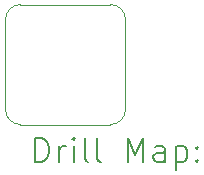
<source format=gbr>
%TF.GenerationSoftware,KiCad,Pcbnew,(6.0.7-1)-1*%
%TF.CreationDate,2022-08-10T01:27:00+02:00*%
%TF.ProjectId,soic8_3.9x4.9_to_dip,736f6963-385f-4332-9e39-78342e395f74,rev?*%
%TF.SameCoordinates,Original*%
%TF.FileFunction,Drillmap*%
%TF.FilePolarity,Positive*%
%FSLAX45Y45*%
G04 Gerber Fmt 4.5, Leading zero omitted, Abs format (unit mm)*
G04 Created by KiCad (PCBNEW (6.0.7-1)-1) date 2022-08-10 01:27:00*
%MOMM*%
%LPD*%
G01*
G04 APERTURE LIST*
%ADD10C,0.100000*%
%ADD11C,0.200000*%
G04 APERTURE END LIST*
D10*
X11430000Y-9779000D02*
X10668000Y-9779000D01*
X10668000Y-8763000D02*
X11430000Y-8763000D01*
X10668000Y-8763000D02*
G75*
G03*
X10541000Y-8890000I0J-127000D01*
G01*
X10541000Y-9652000D02*
X10541000Y-8890000D01*
X11430000Y-9779000D02*
G75*
G03*
X11557000Y-9652000I0J127000D01*
G01*
X11557000Y-8890000D02*
X11557000Y-9652000D01*
X11557000Y-8890000D02*
G75*
G03*
X11430000Y-8763000I-127000J0D01*
G01*
X10541000Y-9652000D02*
G75*
G03*
X10668000Y-9779000I127000J0D01*
G01*
D11*
X10793619Y-10094476D02*
X10793619Y-9894476D01*
X10841238Y-9894476D01*
X10869810Y-9904000D01*
X10888857Y-9923048D01*
X10898381Y-9942095D01*
X10907905Y-9980190D01*
X10907905Y-10008762D01*
X10898381Y-10046857D01*
X10888857Y-10065905D01*
X10869810Y-10084952D01*
X10841238Y-10094476D01*
X10793619Y-10094476D01*
X10993619Y-10094476D02*
X10993619Y-9961143D01*
X10993619Y-9999238D02*
X11003143Y-9980190D01*
X11012667Y-9970667D01*
X11031714Y-9961143D01*
X11050762Y-9961143D01*
X11117429Y-10094476D02*
X11117429Y-9961143D01*
X11117429Y-9894476D02*
X11107905Y-9904000D01*
X11117429Y-9913524D01*
X11126952Y-9904000D01*
X11117429Y-9894476D01*
X11117429Y-9913524D01*
X11241238Y-10094476D02*
X11222190Y-10084952D01*
X11212667Y-10065905D01*
X11212667Y-9894476D01*
X11346000Y-10094476D02*
X11326952Y-10084952D01*
X11317428Y-10065905D01*
X11317428Y-9894476D01*
X11574571Y-10094476D02*
X11574571Y-9894476D01*
X11641238Y-10037333D01*
X11707905Y-9894476D01*
X11707905Y-10094476D01*
X11888857Y-10094476D02*
X11888857Y-9989714D01*
X11879333Y-9970667D01*
X11860286Y-9961143D01*
X11822190Y-9961143D01*
X11803143Y-9970667D01*
X11888857Y-10084952D02*
X11869809Y-10094476D01*
X11822190Y-10094476D01*
X11803143Y-10084952D01*
X11793619Y-10065905D01*
X11793619Y-10046857D01*
X11803143Y-10027810D01*
X11822190Y-10018286D01*
X11869809Y-10018286D01*
X11888857Y-10008762D01*
X11984095Y-9961143D02*
X11984095Y-10161143D01*
X11984095Y-9970667D02*
X12003143Y-9961143D01*
X12041238Y-9961143D01*
X12060286Y-9970667D01*
X12069809Y-9980190D01*
X12079333Y-9999238D01*
X12079333Y-10056381D01*
X12069809Y-10075429D01*
X12060286Y-10084952D01*
X12041238Y-10094476D01*
X12003143Y-10094476D01*
X11984095Y-10084952D01*
X12165048Y-10075429D02*
X12174571Y-10084952D01*
X12165048Y-10094476D01*
X12155524Y-10084952D01*
X12165048Y-10075429D01*
X12165048Y-10094476D01*
X12165048Y-9970667D02*
X12174571Y-9980190D01*
X12165048Y-9989714D01*
X12155524Y-9980190D01*
X12165048Y-9970667D01*
X12165048Y-9989714D01*
M02*

</source>
